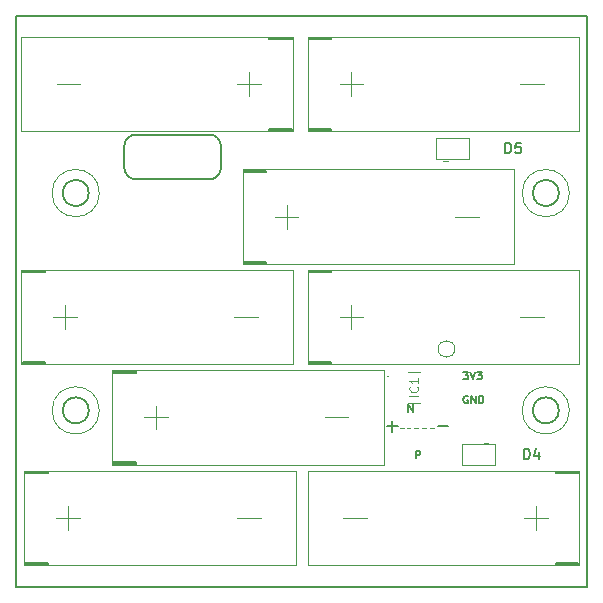
<source format=gbr>
%TF.GenerationSoftware,KiCad,Pcbnew,5.0.2-bee76a0~70~ubuntu18.04.1*%
%TF.CreationDate,2020-02-29T17:16:54-08:00*%
%TF.ProjectId,SolarCellZ_v1,536f6c61-7243-4656-9c6c-5a5f76312e6b,rev?*%
%TF.SameCoordinates,Original*%
%TF.FileFunction,Legend,Top*%
%TF.FilePolarity,Positive*%
%FSLAX46Y46*%
G04 Gerber Fmt 4.6, Leading zero omitted, Abs format (unit mm)*
G04 Created by KiCad (PCBNEW 5.0.2-bee76a0~70~ubuntu18.04.1) date Sat 29 Feb 2020 05:16:54 PM PST*
%MOMM*%
%LPD*%
G01*
G04 APERTURE LIST*
%ADD10C,0.200000*%
%ADD11C,0.127000*%
%ADD12C,0.203200*%
%ADD13C,0.120000*%
%ADD14C,0.050000*%
%ADD15C,0.100000*%
%ADD16C,0.101600*%
G04 APERTURE END LIST*
D10*
X136007500Y-73391000D02*
G75*
G03X136007500Y-73391000I-1100000J0D01*
G01*
X96207500Y-73391000D02*
G75*
G03X96207500Y-73391000I-1100000J0D01*
G01*
X107407500Y-52841000D02*
G75*
G02X106407500Y-53841000I-1000000J0D01*
G01*
X100207500Y-53841000D02*
G75*
G02X99207500Y-52841000I0J1000000D01*
G01*
X106407500Y-50041000D02*
G75*
G02X107407500Y-51041000I0J-1000000D01*
G01*
X99207500Y-51041000D02*
G75*
G02X100207500Y-50041000I1000000J0D01*
G01*
X96207500Y-54991000D02*
G75*
G03X96207500Y-54991000I-1100000J0D01*
G01*
X106407500Y-50041000D02*
X100207500Y-50041000D01*
X138407500Y-39991000D02*
X138407500Y-88391000D01*
X138407500Y-88391000D02*
X90007500Y-88391000D01*
X90007500Y-88391000D02*
X90007500Y-39991000D01*
X90007500Y-39991000D02*
X138407500Y-39991000D01*
X100207500Y-53841000D02*
X106407500Y-53841000D01*
X136007500Y-54991000D02*
G75*
G03X136007500Y-54991000I-1100000J0D01*
G01*
X107407500Y-52841000D02*
X107407500Y-51041000D01*
X99207500Y-51041000D02*
X99207500Y-52841000D01*
D11*
X127928309Y-70137261D02*
X128321404Y-70137261D01*
X128109738Y-70379166D01*
X128200452Y-70379166D01*
X128260928Y-70409404D01*
X128291166Y-70439642D01*
X128321404Y-70500119D01*
X128321404Y-70651309D01*
X128291166Y-70711785D01*
X128260928Y-70742023D01*
X128200452Y-70772261D01*
X128019023Y-70772261D01*
X127958547Y-70742023D01*
X127928309Y-70711785D01*
X128502833Y-70137261D02*
X128714500Y-70772261D01*
X128926166Y-70137261D01*
X129077357Y-70137261D02*
X129470452Y-70137261D01*
X129258785Y-70379166D01*
X129349500Y-70379166D01*
X129409976Y-70409404D01*
X129440214Y-70439642D01*
X129470452Y-70500119D01*
X129470452Y-70651309D01*
X129440214Y-70711785D01*
X129409976Y-70742023D01*
X129349500Y-70772261D01*
X129168071Y-70772261D01*
X129107595Y-70742023D01*
X129077357Y-70711785D01*
D12*
X121484571Y-74757642D02*
X122355428Y-74757642D01*
X121920000Y-75193071D02*
X121920000Y-74322214D01*
D11*
X128294190Y-72199500D02*
X128233714Y-72169261D01*
X128143000Y-72169261D01*
X128052285Y-72199500D01*
X127991809Y-72259976D01*
X127961571Y-72320452D01*
X127931333Y-72441404D01*
X127931333Y-72532119D01*
X127961571Y-72653071D01*
X127991809Y-72713547D01*
X128052285Y-72774023D01*
X128143000Y-72804261D01*
X128203476Y-72804261D01*
X128294190Y-72774023D01*
X128324428Y-72743785D01*
X128324428Y-72532119D01*
X128203476Y-72532119D01*
X128596571Y-72804261D02*
X128596571Y-72169261D01*
X128959428Y-72804261D01*
X128959428Y-72169261D01*
X129261809Y-72804261D02*
X129261809Y-72169261D01*
X129413000Y-72169261D01*
X129503714Y-72199500D01*
X129564190Y-72259976D01*
X129594428Y-72320452D01*
X129624666Y-72441404D01*
X129624666Y-72532119D01*
X129594428Y-72653071D01*
X129564190Y-72713547D01*
X129503714Y-72774023D01*
X129413000Y-72804261D01*
X129261809Y-72804261D01*
X123625428Y-72864738D02*
X123625428Y-73499738D01*
X123262571Y-72864738D01*
X123262571Y-73499738D01*
X123912690Y-77439761D02*
X123912690Y-76804761D01*
X124154595Y-76804761D01*
X124215071Y-76835000D01*
X124245309Y-76865238D01*
X124275547Y-76925714D01*
X124275547Y-77016428D01*
X124245309Y-77076904D01*
X124215071Y-77107142D01*
X124154595Y-77137380D01*
X123912690Y-77137380D01*
D12*
X125739071Y-74757642D02*
X126609928Y-74757642D01*
D13*
X124079000Y-74866500D02*
X123761500Y-74866500D01*
X123126500Y-74866500D02*
X123444000Y-74866500D01*
X122872500Y-74866500D02*
X122555000Y-74866500D01*
X125412500Y-74866500D02*
X125095000Y-74866500D01*
X124460000Y-74866500D02*
X124777500Y-74866500D01*
D14*
X97100000Y-73400000D02*
G75*
G03X97100000Y-73400000I-2000000J0D01*
G01*
X136900000Y-73400000D02*
G75*
G03X136900000Y-73400000I-2000000J0D01*
G01*
X136900000Y-55000000D02*
G75*
G03X136900000Y-55000000I-2000000J0D01*
G01*
D13*
X97100000Y-55000000D02*
G75*
G03X97100000Y-55000000I-2000000J0D01*
G01*
D12*
X116750000Y-41850000D02*
X114850000Y-41850000D01*
X116750000Y-41850000D02*
X116750000Y-41950000D01*
X116750000Y-41950000D02*
X114850000Y-41950000D01*
X116750000Y-49550000D02*
X116750000Y-49650000D01*
X116750000Y-49650000D02*
X114850000Y-49650000D01*
X116750000Y-49550000D02*
X114850000Y-49550000D01*
D13*
X132750000Y-45750000D02*
X134750000Y-45750000D01*
X117450000Y-45750000D02*
X119450000Y-45750000D01*
X118450000Y-44750000D02*
X118450000Y-46750000D01*
X114750000Y-49750000D02*
X114750000Y-41750000D01*
X137750000Y-49750000D02*
X114750000Y-49750000D01*
X137750000Y-41750000D02*
X137750000Y-49750000D01*
X114750000Y-41750000D02*
X137750000Y-41750000D01*
D12*
X111500000Y-49650000D02*
X113400000Y-49650000D01*
X111500000Y-49650000D02*
X111500000Y-49550000D01*
X111500000Y-49550000D02*
X113400000Y-49550000D01*
X111500000Y-41950000D02*
X111500000Y-41850000D01*
X111500000Y-41850000D02*
X113400000Y-41850000D01*
X111500000Y-41950000D02*
X113400000Y-41950000D01*
D13*
X95500000Y-45750000D02*
X93500000Y-45750000D01*
X110800000Y-45750000D02*
X108800000Y-45750000D01*
X109800000Y-46750000D02*
X109800000Y-44750000D01*
X113500000Y-41750000D02*
X113500000Y-49750000D01*
X90500000Y-41750000D02*
X113500000Y-41750000D01*
X90500000Y-49750000D02*
X90500000Y-41750000D01*
X113500000Y-49750000D02*
X90500000Y-49750000D01*
D12*
X111250000Y-53100000D02*
X109350000Y-53100000D01*
X111250000Y-53100000D02*
X111250000Y-53200000D01*
X111250000Y-53200000D02*
X109350000Y-53200000D01*
X111250000Y-60800000D02*
X111250000Y-60900000D01*
X111250000Y-60900000D02*
X109350000Y-60900000D01*
X111250000Y-60800000D02*
X109350000Y-60800000D01*
D13*
X127250000Y-57000000D02*
X129250000Y-57000000D01*
X111950000Y-57000000D02*
X113950000Y-57000000D01*
X112950000Y-56000000D02*
X112950000Y-58000000D01*
X109250000Y-61000000D02*
X109250000Y-53000000D01*
X132250000Y-61000000D02*
X109250000Y-61000000D01*
X132250000Y-53000000D02*
X132250000Y-61000000D01*
X109250000Y-53000000D02*
X132250000Y-53000000D01*
D12*
X116750000Y-61600000D02*
X114850000Y-61600000D01*
X116750000Y-61600000D02*
X116750000Y-61700000D01*
X116750000Y-61700000D02*
X114850000Y-61700000D01*
X116750000Y-69300000D02*
X116750000Y-69400000D01*
X116750000Y-69400000D02*
X114850000Y-69400000D01*
X116750000Y-69300000D02*
X114850000Y-69300000D01*
D13*
X132750000Y-65500000D02*
X134750000Y-65500000D01*
X117450000Y-65500000D02*
X119450000Y-65500000D01*
X118450000Y-64500000D02*
X118450000Y-66500000D01*
X114750000Y-69500000D02*
X114750000Y-61500000D01*
X137750000Y-69500000D02*
X114750000Y-69500000D01*
X137750000Y-61500000D02*
X137750000Y-69500000D01*
X114750000Y-61500000D02*
X137750000Y-61500000D01*
D12*
X92500000Y-61600000D02*
X90600000Y-61600000D01*
X92500000Y-61600000D02*
X92500000Y-61700000D01*
X92500000Y-61700000D02*
X90600000Y-61700000D01*
X92500000Y-69300000D02*
X92500000Y-69400000D01*
X92500000Y-69400000D02*
X90600000Y-69400000D01*
X92500000Y-69300000D02*
X90600000Y-69300000D01*
D13*
X108500000Y-65500000D02*
X110500000Y-65500000D01*
X93200000Y-65500000D02*
X95200000Y-65500000D01*
X94200000Y-64500000D02*
X94200000Y-66500000D01*
X90500000Y-69500000D02*
X90500000Y-61500000D01*
X113500000Y-69500000D02*
X90500000Y-69500000D01*
X113500000Y-61500000D02*
X113500000Y-69500000D01*
X90500000Y-61500000D02*
X113500000Y-61500000D01*
D12*
X100187000Y-70100000D02*
X98287000Y-70100000D01*
X100187000Y-70100000D02*
X100187000Y-70200000D01*
X100187000Y-70200000D02*
X98287000Y-70200000D01*
X100187000Y-77800000D02*
X100187000Y-77900000D01*
X100187000Y-77900000D02*
X98287000Y-77900000D01*
X100187000Y-77800000D02*
X98287000Y-77800000D01*
D13*
X116187000Y-74000000D02*
X118187000Y-74000000D01*
X100887000Y-74000000D02*
X102887000Y-74000000D01*
X101887000Y-73000000D02*
X101887000Y-75000000D01*
X98187000Y-78000000D02*
X98187000Y-70000000D01*
X121187000Y-78000000D02*
X98187000Y-78000000D01*
X121187000Y-70000000D02*
X121187000Y-78000000D01*
X98187000Y-70000000D02*
X121187000Y-70000000D01*
D12*
X135750000Y-86400000D02*
X137650000Y-86400000D01*
X135750000Y-86400000D02*
X135750000Y-86300000D01*
X135750000Y-86300000D02*
X137650000Y-86300000D01*
X135750000Y-78700000D02*
X135750000Y-78600000D01*
X135750000Y-78600000D02*
X137650000Y-78600000D01*
X135750000Y-78700000D02*
X137650000Y-78700000D01*
D13*
X119750000Y-82500000D02*
X117750000Y-82500000D01*
X135050000Y-82500000D02*
X133050000Y-82500000D01*
X134050000Y-83500000D02*
X134050000Y-81500000D01*
X137750000Y-78500000D02*
X137750000Y-86500000D01*
X114750000Y-78500000D02*
X137750000Y-78500000D01*
X114750000Y-86500000D02*
X114750000Y-78500000D01*
X137750000Y-86500000D02*
X114750000Y-86500000D01*
D12*
X92750000Y-78600000D02*
X90850000Y-78600000D01*
X92750000Y-78600000D02*
X92750000Y-78700000D01*
X92750000Y-78700000D02*
X90850000Y-78700000D01*
X92750000Y-86300000D02*
X92750000Y-86400000D01*
X92750000Y-86400000D02*
X90850000Y-86400000D01*
X92750000Y-86300000D02*
X90850000Y-86300000D01*
D13*
X108750000Y-82500000D02*
X110750000Y-82500000D01*
X93450000Y-82500000D02*
X95450000Y-82500000D01*
X94450000Y-81500000D02*
X94450000Y-83500000D01*
X90750000Y-86500000D02*
X90750000Y-78500000D01*
X113750000Y-86500000D02*
X90750000Y-86500000D01*
X113750000Y-78500000D02*
X113750000Y-86500000D01*
X90750000Y-78500000D02*
X113750000Y-78500000D01*
D15*
X123261500Y-70137500D02*
X124261500Y-70134500D01*
X123261500Y-72737500D02*
X124261500Y-72744500D01*
X121561500Y-70487500D02*
X121561500Y-70487500D01*
X121461500Y-70487500D02*
X121461500Y-70487500D01*
X121461500Y-70487500D02*
G75*
G02X121561500Y-70487500I50000J0D01*
G01*
X121561500Y-70487500D02*
G75*
G02X121461500Y-70487500I-50000J0D01*
G01*
D13*
X127192000Y-68199000D02*
G75*
G03X127192000Y-68199000I-700000J0D01*
G01*
X126200000Y-52250000D02*
X126600000Y-52250000D01*
X125600000Y-50350000D02*
X128400000Y-50350000D01*
X125600000Y-52150000D02*
X125600000Y-50350000D01*
X128400000Y-52150000D02*
X125600000Y-52150000D01*
X128400000Y-50350000D02*
X128400000Y-52150000D01*
X130035200Y-76152500D02*
X129635200Y-76152500D01*
X130635200Y-78052500D02*
X127835200Y-78052500D01*
X130635200Y-76252500D02*
X130635200Y-78052500D01*
X127835200Y-76252500D02*
X130635200Y-76252500D01*
X127835200Y-78052500D02*
X127835200Y-76252500D01*
D16*
X124106214Y-72183357D02*
X123344214Y-72183357D01*
X124033642Y-71385071D02*
X124069928Y-71421357D01*
X124106214Y-71530214D01*
X124106214Y-71602785D01*
X124069928Y-71711642D01*
X123997357Y-71784214D01*
X123924785Y-71820500D01*
X123779642Y-71856785D01*
X123670785Y-71856785D01*
X123525642Y-71820500D01*
X123453071Y-71784214D01*
X123380500Y-71711642D01*
X123344214Y-71602785D01*
X123344214Y-71530214D01*
X123380500Y-71421357D01*
X123416785Y-71385071D01*
X124106214Y-70659357D02*
X124106214Y-71094785D01*
X124106214Y-70877071D02*
X123344214Y-70877071D01*
X123453071Y-70949642D01*
X123525642Y-71022214D01*
X123561928Y-71094785D01*
D11*
X131474633Y-51608566D02*
X131474633Y-50719566D01*
X131686300Y-50719566D01*
X131813300Y-50761900D01*
X131897966Y-50846566D01*
X131940300Y-50931233D01*
X131982633Y-51100566D01*
X131982633Y-51227566D01*
X131940300Y-51396900D01*
X131897966Y-51481566D01*
X131813300Y-51566233D01*
X131686300Y-51608566D01*
X131474633Y-51608566D01*
X132786966Y-50719566D02*
X132363633Y-50719566D01*
X132321300Y-51142900D01*
X132363633Y-51100566D01*
X132448300Y-51058233D01*
X132659966Y-51058233D01*
X132744633Y-51100566D01*
X132786966Y-51142900D01*
X132829300Y-51227566D01*
X132829300Y-51439233D01*
X132786966Y-51523900D01*
X132744633Y-51566233D01*
X132659966Y-51608566D01*
X132448300Y-51608566D01*
X132363633Y-51566233D01*
X132321300Y-51523900D01*
X133029033Y-77554666D02*
X133029033Y-76665666D01*
X133240700Y-76665666D01*
X133367700Y-76708000D01*
X133452366Y-76792666D01*
X133494700Y-76877333D01*
X133537033Y-77046666D01*
X133537033Y-77173666D01*
X133494700Y-77343000D01*
X133452366Y-77427666D01*
X133367700Y-77512333D01*
X133240700Y-77554666D01*
X133029033Y-77554666D01*
X134299033Y-76962000D02*
X134299033Y-77554666D01*
X134087366Y-76623333D02*
X133875700Y-77258333D01*
X134426033Y-77258333D01*
M02*

</source>
